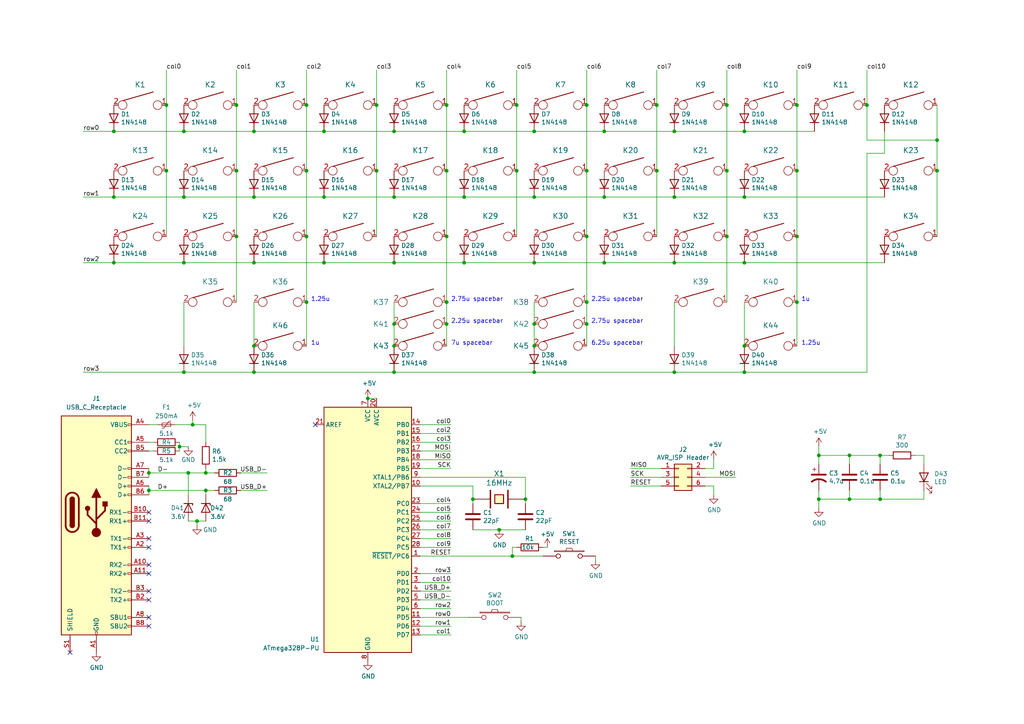
<source format=kicad_sch>
(kicad_sch (version 20211123) (generator eeschema)
  (paper "A4")
  (title_block (title "Axon 40%") (date "2021-03-22") (rev "1.1"))
  (junction (at 231.14 68.58))
  (junction (at 43.18 142.24))
  (junction (at 88.9 49.53))
  (junction (at 53.34 107.95))
  (junction (at 33.02 76.2))
  (junction (at 231.14 30.48))
  (junction (at 170.18 30.48))
  (junction (at 152.4 144.78))
  (junction (at 129.54 93.98))
  (junction (at 93.98 38.1))
  (junction (at 215.9 76.2))
  (junction (at 114.3 57.15))
  (junction (at 114.3 38.1))
  (junction (at 109.22 49.53))
  (junction (at 170.18 87.63))
  (junction (at 210.82 68.58))
  (junction (at 73.66 38.1))
  (junction (at 195.58 57.15))
  (junction (at 68.58 68.58))
  (junction (at 175.26 76.2))
  (junction (at 195.58 107.95))
  (junction (at 154.94 100.33))
  (junction (at 148.59 161.29))
  (junction (at 144.78 153.67))
  (junction (at 175.26 38.1))
  (junction (at 73.66 57.15))
  (junction (at 33.02 38.1))
  (junction (at 251.46 30.48))
  (junction (at 52.07 129.54))
  (junction (at 255.27 144.78))
  (junction (at 53.34 57.15))
  (junction (at 170.18 93.98))
  (junction (at 129.54 87.63))
  (junction (at 59.69 142.24))
  (junction (at 175.26 57.15))
  (junction (at 170.18 68.58))
  (junction (at 129.54 49.53))
  (junction (at 237.49 132.08))
  (junction (at 53.34 76.2))
  (junction (at 154.94 38.1))
  (junction (at 106.68 115.57))
  (junction (at 93.98 76.2))
  (junction (at 73.66 76.2))
  (junction (at 231.14 87.63))
  (junction (at 88.9 30.48))
  (junction (at 137.16 144.78))
  (junction (at 114.3 76.2))
  (junction (at 149.86 49.53))
  (junction (at 231.14 49.53))
  (junction (at 73.66 100.33))
  (junction (at 154.94 76.2))
  (junction (at 48.26 30.48))
  (junction (at 43.18 137.16))
  (junction (at 68.58 49.53))
  (junction (at 154.94 57.15))
  (junction (at 271.78 49.53))
  (junction (at 134.62 76.2))
  (junction (at 215.9 100.33))
  (junction (at 210.82 30.48))
  (junction (at 93.98 57.15))
  (junction (at 134.62 38.1))
  (junction (at 33.02 57.15))
  (junction (at 255.27 132.08))
  (junction (at 215.9 107.95))
  (junction (at 53.34 38.1))
  (junction (at 237.49 144.78))
  (junction (at 114.3 100.33))
  (junction (at 195.58 38.1))
  (junction (at 109.22 30.48))
  (junction (at 246.38 144.78))
  (junction (at 55.88 123.19))
  (junction (at 114.3 93.98))
  (junction (at 149.86 30.48))
  (junction (at 59.69 137.16))
  (junction (at 88.9 68.58))
  (junction (at 215.9 38.1))
  (junction (at 154.94 107.95))
  (junction (at 68.58 30.48))
  (junction (at 88.9 87.63))
  (junction (at 54.61 137.16))
  (junction (at 190.5 49.53))
  (junction (at 271.78 40.64))
  (junction (at 57.15 151.13))
  (junction (at 210.82 49.53))
  (junction (at 134.62 57.15))
  (junction (at 129.54 68.58))
  (junction (at 246.38 132.08))
  (junction (at 114.3 107.95))
  (junction (at 215.9 57.15))
  (junction (at 129.54 30.48))
  (junction (at 73.66 107.95))
  (junction (at 190.5 30.48))
  (junction (at 195.58 76.2))
  (junction (at 170.18 49.53))
  (junction (at 154.94 93.98))
  (junction (at 48.26 49.53))
  (no_connect (at 43.18 171.45))
  (no_connect (at 43.18 163.83))
  (no_connect (at 43.18 151.13))
  (no_connect (at 43.18 166.37))
  (no_connect (at 20.32 189.23))
  (no_connect (at 43.18 156.21))
  (no_connect (at 91.44 123.19))
  (no_connect (at 43.18 173.99))
  (no_connect (at 43.18 158.75))
  (no_connect (at 43.18 148.59))
  (no_connect (at 43.18 179.07))
  (no_connect (at 43.18 181.61))
  (wire (pts (xy 271.78 40.64) (xy 271.78 30.48)))
  (wire (pts (xy 170.18 49.53) (xy 170.18 68.58)))
  (wire (pts (xy 251.46 40.64) (xy 271.78 40.64)))
  (wire (pts (xy 88.9 49.53) (xy 88.9 68.58)))
  (wire (pts (xy 121.92 146.05) (xy 130.81 146.05)))
  (wire (pts (xy 154.94 76.2) (xy 175.26 76.2)))
  (wire (pts (xy 53.34 76.2) (xy 73.66 76.2)))
  (wire (pts (xy 129.54 30.48) (xy 129.54 49.53)))
  (wire (pts (xy 54.61 143.51) (xy 54.61 137.16)))
  (wire (pts (xy 73.66 107.95) (xy 114.3 107.95)))
  (wire (pts (xy 267.97 144.78) (xy 255.27 144.78)))
  (wire (pts (xy 134.62 38.1) (xy 154.94 38.1)))
  (wire (pts (xy 54.61 151.13) (xy 57.15 151.13)))
  (wire (pts (xy 154.94 87.63) (xy 154.94 93.98)))
  (wire (pts (xy 175.26 38.1) (xy 195.58 38.1)))
  (wire (pts (xy 215.9 87.63) (xy 215.9 100.33)))
  (wire (pts (xy 207.01 140.97) (xy 207.01 143.51)))
  (wire (pts (xy 195.58 38.1) (xy 215.9 38.1)))
  (wire (pts (xy 231.14 87.63) (xy 231.14 100.33)))
  (wire (pts (xy 121.92 123.19) (xy 130.81 123.19)))
  (wire (pts (xy 88.9 87.63) (xy 88.9 100.33)))
  (wire (pts (xy 43.18 123.19) (xy 45.72 123.19)))
  (wire (pts (xy 43.18 142.24) (xy 59.69 142.24)))
  (wire (pts (xy 237.49 147.32) (xy 237.49 144.78)))
  (wire (pts (xy 170.18 20.32) (xy 170.18 30.48)))
  (wire (pts (xy 121.92 138.43) (xy 152.4 138.43)))
  (wire (pts (xy 130.81 166.37) (xy 121.92 166.37)))
  (wire (pts (xy 271.78 49.53) (xy 271.78 68.58)))
  (wire (pts (xy 48.26 30.48) (xy 48.26 49.53)))
  (wire (pts (xy 114.3 87.63) (xy 114.3 93.98)))
  (wire (pts (xy 43.18 128.27) (xy 44.45 128.27)))
  (wire (pts (xy 53.34 100.33) (xy 53.34 87.63)))
  (wire (pts (xy 154.94 107.95) (xy 195.58 107.95)))
  (wire (pts (xy 148.59 158.75) (xy 148.59 161.29)))
  (wire (pts (xy 53.34 38.1) (xy 73.66 38.1)))
  (wire (pts (xy 121.92 151.13) (xy 130.81 151.13)))
  (wire (pts (xy 137.16 144.78) (xy 137.16 146.05)))
  (wire (pts (xy 255.27 132.08) (xy 255.27 134.62)))
  (wire (pts (xy 134.62 57.15) (xy 154.94 57.15)))
  (wire (pts (xy 267.97 132.08) (xy 267.97 134.62)))
  (wire (pts (xy 237.49 142.24) (xy 237.49 144.78)))
  (wire (pts (xy 265.43 132.08) (xy 267.97 132.08)))
  (wire (pts (xy 88.9 68.58) (xy 88.9 87.63)))
  (wire (pts (xy 88.9 20.32) (xy 88.9 30.48)))
  (wire (pts (xy 170.18 68.58) (xy 170.18 87.63)))
  (wire (pts (xy 170.18 30.48) (xy 170.18 49.53)))
  (wire (pts (xy 121.92 179.07) (xy 135.89 179.07)))
  (wire (pts (xy 33.02 76.2) (xy 53.34 76.2)))
  (wire (pts (xy 73.66 57.15) (xy 93.98 57.15)))
  (wire (pts (xy 59.69 142.24) (xy 62.23 142.24)))
  (wire (pts (xy 237.49 134.62) (xy 237.49 132.08)))
  (wire (pts (xy 215.9 107.95) (xy 251.46 107.95)))
  (wire (pts (xy 158.75 158.75) (xy 157.48 158.75)))
  (wire (pts (xy 231.14 49.53) (xy 231.14 68.58)))
  (wire (pts (xy 195.58 76.2) (xy 215.9 76.2)))
  (wire (pts (xy 246.38 134.62) (xy 246.38 132.08)))
  (wire (pts (xy 121.92 153.67) (xy 130.81 153.67)))
  (wire (pts (xy 59.69 137.16) (xy 62.23 137.16)))
  (wire (pts (xy 24.13 107.95) (xy 53.34 107.95)))
  (wire (pts (xy 170.18 93.98) (xy 170.18 100.33)))
  (wire (pts (xy 93.98 76.2) (xy 114.3 76.2)))
  (wire (pts (xy 256.54 44.45) (xy 256.54 38.1)))
  (wire (pts (xy 114.3 93.98) (xy 114.3 100.33)))
  (wire (pts (xy 59.69 128.27) (xy 59.69 123.19)))
  (wire (pts (xy 149.86 49.53) (xy 149.86 68.58)))
  (wire (pts (xy 43.18 135.89) (xy 43.18 137.16)))
  (wire (pts (xy 121.92 135.89) (xy 130.81 135.89)))
  (wire (pts (xy 137.16 140.97) (xy 137.16 144.78)))
  (wire (pts (xy 154.94 93.98) (xy 154.94 100.33)))
  (wire (pts (xy 121.92 181.61) (xy 130.81 181.61)))
  (wire (pts (xy 24.13 57.15) (xy 33.02 57.15)))
  (wire (pts (xy 73.66 38.1) (xy 93.98 38.1)))
  (wire (pts (xy 172.72 161.29) (xy 172.72 162.56)))
  (wire (pts (xy 191.77 140.97) (xy 182.88 140.97)))
  (wire (pts (xy 237.49 144.78) (xy 246.38 144.78)))
  (wire (pts (xy 53.34 57.15) (xy 73.66 57.15)))
  (wire (pts (xy 73.66 87.63) (xy 73.66 100.33)))
  (wire (pts (xy 271.78 40.64) (xy 271.78 49.53)))
  (wire (pts (xy 190.5 30.48) (xy 190.5 49.53)))
  (wire (pts (xy 204.47 140.97) (xy 207.01 140.97)))
  (wire (pts (xy 121.92 184.15) (xy 130.81 184.15)))
  (wire (pts (xy 121.92 171.45) (xy 130.81 171.45)))
  (wire (pts (xy 190.5 49.53) (xy 190.5 68.58)))
  (wire (pts (xy 114.3 38.1) (xy 134.62 38.1)))
  (wire (pts (xy 195.58 57.15) (xy 215.9 57.15)))
  (wire (pts (xy 129.54 87.63) (xy 129.54 93.98)))
  (wire (pts (xy 129.54 68.58) (xy 129.54 87.63)))
  (wire (pts (xy 149.86 20.32) (xy 149.86 30.48)))
  (wire (pts (xy 129.54 20.32) (xy 129.54 30.48)))
  (wire (pts (xy 24.13 38.1) (xy 33.02 38.1)))
  (wire (pts (xy 52.07 129.54) (xy 54.61 129.54)))
  (wire (pts (xy 231.14 20.32) (xy 231.14 30.48)))
  (wire (pts (xy 54.61 137.16) (xy 59.69 137.16)))
  (wire (pts (xy 48.26 20.32) (xy 48.26 30.48)))
  (wire (pts (xy 93.98 57.15) (xy 114.3 57.15)))
  (wire (pts (xy 43.18 137.16) (xy 54.61 137.16)))
  (wire (pts (xy 57.15 151.13) (xy 59.69 151.13)))
  (wire (pts (xy 231.14 30.48) (xy 231.14 49.53)))
  (wire (pts (xy 52.07 128.27) (xy 52.07 129.54)))
  (wire (pts (xy 152.4 138.43) (xy 152.4 144.78)))
  (wire (pts (xy 215.9 57.15) (xy 256.54 57.15)))
  (wire (pts (xy 154.94 57.15) (xy 175.26 57.15)))
  (wire (pts (xy 204.47 138.43) (xy 213.36 138.43)))
  (wire (pts (xy 114.3 57.15) (xy 134.62 57.15)))
  (wire (pts (xy 33.02 38.1) (xy 53.34 38.1)))
  (wire (pts (xy 52.07 129.54) (xy 52.07 130.81)))
  (wire (pts (xy 68.58 30.48) (xy 68.58 49.53)))
  (wire (pts (xy 195.58 87.63) (xy 195.58 100.33)))
  (wire (pts (xy 68.58 20.32) (xy 68.58 30.48)))
  (wire (pts (xy 73.66 76.2) (xy 93.98 76.2)))
  (wire (pts (xy 129.54 93.98) (xy 129.54 100.33)))
  (wire (pts (xy 149.86 30.48) (xy 149.86 49.53)))
  (wire (pts (xy 251.46 30.48) (xy 251.46 20.32)))
  (wire (pts (xy 149.86 158.75) (xy 148.59 158.75)))
  (wire (pts (xy 207.01 135.89) (xy 207.01 133.35)))
  (wire (pts (xy 121.92 128.27) (xy 130.81 128.27)))
  (wire (pts (xy 121.92 168.91) (xy 130.81 168.91)))
  (wire (pts (xy 121.92 133.35) (xy 130.81 133.35)))
  (wire (pts (xy 69.85 137.16) (xy 77.47 137.16)))
  (wire (pts (xy 121.92 148.59) (xy 130.81 148.59)))
  (wire (pts (xy 251.46 44.45) (xy 251.46 107.95)))
  (wire (pts (xy 215.9 38.1) (xy 236.22 38.1)))
  (wire (pts (xy 33.02 57.15) (xy 53.34 57.15)))
  (wire (pts (xy 137.16 153.67) (xy 144.78 153.67)))
  (wire (pts (xy 170.18 87.63) (xy 170.18 93.98)))
  (wire (pts (xy 121.92 140.97) (xy 137.16 140.97)))
  (wire (pts (xy 129.54 49.53) (xy 129.54 68.58)))
  (wire (pts (xy 121.92 173.99) (xy 130.81 173.99)))
  (wire (pts (xy 210.82 49.53) (xy 210.82 68.58)))
  (wire (pts (xy 109.22 115.57) (xy 106.68 115.57)))
  (wire (pts (xy 144.78 153.67) (xy 152.4 153.67)))
  (wire (pts (xy 121.92 130.81) (xy 130.81 130.81)))
  (wire (pts (xy 255.27 144.78) (xy 246.38 144.78)))
  (wire (pts (xy 191.77 135.89) (xy 182.88 135.89)))
  (wire (pts (xy 195.58 107.95) (xy 215.9 107.95)))
  (wire (pts (xy 43.18 142.24) (xy 43.18 143.51)))
  (wire (pts (xy 114.3 76.2) (xy 134.62 76.2)))
  (wire (pts (xy 59.69 123.19) (xy 55.88 123.19)))
  (wire (pts (xy 109.22 30.48) (xy 109.22 49.53)))
  (wire (pts (xy 210.82 30.48) (xy 210.82 49.53)))
  (wire (pts (xy 154.94 107.95) (xy 114.3 107.95)))
  (wire (pts (xy 255.27 132.08) (xy 257.81 132.08)))
  (wire (pts (xy 251.46 44.45) (xy 256.54 44.45)))
  (wire (pts (xy 68.58 68.58) (xy 68.58 87.63)))
  (wire (pts (xy 121.92 161.29) (xy 148.59 161.29)))
  (wire (pts (xy 251.46 30.48) (xy 251.46 40.64)))
  (wire (pts (xy 148.59 161.29) (xy 157.48 161.29)))
  (wire (pts (xy 151.13 179.07) (xy 151.13 180.34)))
  (wire (pts (xy 190.5 20.32) (xy 190.5 30.48)))
  (wire (pts (xy 121.92 158.75) (xy 130.81 158.75)))
  (wire (pts (xy 59.69 135.89) (xy 59.69 137.16)))
  (wire (pts (xy 43.18 140.97) (xy 43.18 142.24)))
  (wire (pts (xy 109.22 20.32) (xy 109.22 30.48)))
  (wire (pts (xy 246.38 132.08) (xy 255.27 132.08)))
  (wire (pts (xy 204.47 135.89) (xy 207.01 135.89)))
  (wire (pts (xy 231.14 68.58) (xy 231.14 87.63)))
  (wire (pts (xy 53.34 107.95) (xy 73.66 107.95)))
  (wire (pts (xy 267.97 142.24) (xy 267.97 144.78)))
  (wire (pts (xy 215.9 76.2) (xy 256.54 76.2)))
  (wire (pts (xy 48.26 49.53) (xy 48.26 68.58)))
  (wire (pts (xy 43.18 137.16) (xy 43.18 138.43)))
  (wire (pts (xy 121.92 156.21) (xy 130.81 156.21)))
  (wire (pts (xy 210.82 20.32) (xy 210.82 30.48)))
  (wire (pts (xy 50.8 123.19) (xy 55.88 123.19)))
  (wire (pts (xy 255.27 142.24) (xy 255.27 144.78)))
  (wire (pts (xy 130.81 125.73) (xy 121.92 125.73)))
  (wire (pts (xy 59.69 142.24) (xy 59.69 143.51)))
  (wire (pts (xy 175.26 57.15) (xy 195.58 57.15)))
  (wire (pts (xy 93.98 38.1) (xy 114.3 38.1)))
  (wire (pts (xy 175.26 76.2) (xy 195.58 76.2)))
  (wire (pts (xy 88.9 30.48) (xy 88.9 49.53)))
  (wire (pts (xy 237.49 132.08) (xy 246.38 132.08)))
  (wire (pts (xy 44.45 130.81) (xy 43.18 130.81)))
  (wire (pts (xy 154.94 38.1) (xy 175.26 38.1)))
  (wire (pts (xy 55.88 123.19) (xy 55.88 121.92)))
  (wire (pts (xy 191.77 138.43) (xy 182.88 138.43)))
  (wire (pts (xy 237.49 129.54) (xy 237.49 132.08)))
  (wire (pts (xy 24.13 76.2) (xy 33.02 76.2)))
  (wire (pts (xy 134.62 76.2) (xy 154.94 76.2)))
  (wire (pts (xy 69.85 142.24) (xy 77.47 142.24)))
  (wire (pts (xy 57.15 151.13) (xy 57.15 152.4)))
  (wire (pts (xy 246.38 142.24) (xy 246.38 144.78)))
  (wire (pts (xy 109.22 49.53) (xy 109.22 68.58)))
  (wire (pts (xy 152.4 144.78) (xy 152.4 146.05)))
  (wire (pts (xy 68.58 49.53) (xy 68.58 68.58)))
  (wire (pts (xy 130.81 176.53) (xy 121.92 176.53)))
  (wire (pts (xy 210.82 68.58) (xy 210.82 87.63)))
  (text "1.25u" (at 90.17 87.63 0) (effects (font (size 1.27 1.27)) (justify left bottom)))
  (text "1u" (at 232.41 87.63 0) (effects (font (size 1.27 1.27)) (justify left bottom)))
  (text "2.75u spacebar" (at 171.45 93.98 0) (effects (font (size 1.27 1.27)) (justify left bottom)))
  (text "2.75u spacebar" (at 130.81 87.63 0) (effects (font (size 1.27 1.27)) (justify left bottom)))
  (text "6.25u spacebar" (at 171.45 100.33 0) (effects (font (size 1.27 1.27)) (justify left bottom)))
  (text "2.25u spacebar" (at 171.45 87.63 0) (effects (font (size 1.27 1.27)) (justify left bottom)))
  (text "7u spacebar" (at 130.81 100.33 0) (effects (font (size 1.27 1.27)) (justify left bottom)))
  (text "1.25u" (at 232.41 100.33 0) (effects (font (size 1.27 1.27)) (justify left bottom)))
  (text "1u" (at 90.17 100.33 0) (effects (font (size 1.27 1.27)) (justify left bottom)))
  (text "2.25u spacebar" (at 130.81 93.98 0) (effects (font (size 1.27 1.27)) (justify left bottom)))
  (label "row2" (at 130.81 176.53 180))
  (label "MISO" (at 130.81 133.35 180))
  (label "col2" (at 130.81 125.73 180))
  (label "col4" (at 129.54 20.32 0))
  (label "col8" (at 130.81 156.21 180))
  (label "col1" (at 130.81 184.15 180))
  (label "MOSI" (at 130.81 130.81 180))
  (label "col10" (at 130.81 168.91 180))
  (label "USB_D+" (at 77.47 142.24 180))
  (label "col6" (at 130.81 151.13 180))
  (label "col10" (at 251.46 20.32 0))
  (label "USB_D-" (at 130.81 173.99 180))
  (label "col0" (at 48.26 20.32 0))
  (label "col2" (at 88.9 20.32 0))
  (label "D-" (at 45.72 137.16 0))
  (label "D+" (at 45.72 142.24 0))
  (label "row0" (at 130.81 179.07 180))
  (label "col7" (at 130.81 153.67 180))
  (label "col3" (at 130.81 128.27 180))
  (label "MISO" (at 182.88 135.89 0))
  (label "row1" (at 130.81 181.61 180))
  (label "RESET" (at 182.88 140.97 0))
  (label "col0" (at 130.81 123.19 180))
  (label "RESET" (at 130.81 161.29 180))
  (label "row3" (at 24.13 107.95 0))
  (label "row0" (at 24.13 38.1 0))
  (label "USB_D+" (at 130.81 171.45 180))
  (label "col8" (at 210.82 20.32 0))
  (label "col5" (at 149.86 20.32 0))
  (label "col9" (at 231.14 20.32 0))
  (label "MOSI" (at 213.36 138.43 180))
  (label "row3" (at 130.81 166.37 180))
  (label "col6" (at 170.18 20.32 0))
  (label "col1" (at 68.58 20.32 0))
  (label "col7" (at 190.5 20.32 0))
  (label "col3" (at 109.22 20.32 0))
  (label "USB_D-" (at 77.47 137.16 180))
  (label "col5" (at 130.81 148.59 180))
  (label "SCK" (at 182.88 138.43 0))
  (label "col4" (at 130.81 146.05 180))
  (label "row1" (at 24.13 57.15 0))
  (label "SCK" (at 130.81 135.89 180))
  (label "col9" (at 130.81 158.75 180))
  (label "row2" (at 24.13 76.2 0))
  (symbol (lib_id "keyboard-parts:KEYSW") (at 40.64 30.48 0) (unit 1)
    (property "Reference" "K1" (at 40.64 24.5618 0) (effects (font (size 1.524 1.524))))
    (property "Value" "KEYSW" (effects hide))
    (property "Footprint" "personal:SW_MX_InsideSilkRef" (effects hide))
  )
  (symbol (lib_id "keyboard-parts:KEYSW") (at 60.96 30.48 0) (unit 1)
    (property "Reference" "K2" (at 60.96 24.5618 0) (effects (font (size 1.524 1.524))))
    (property "Value" "KEYSW" (effects hide))
    (property "Footprint" "personal:SW_MX_InsideSilkRef" (effects hide))
  )
  (symbol (lib_id "keyboard-parts:KEYSW") (at 81.28 30.48 0) (unit 1)
    (property "Reference" "K3" (at 81.28 24.5618 0) (effects (font (size 1.524 1.524))))
    (property "Value" "KEYSW" (effects hide))
    (property "Footprint" "personal:SW_MX_InsideSilkRef" (effects hide))
  )
  (symbol (lib_id "keyboard-parts:KEYSW") (at 101.6 30.48 0) (unit 1)
    (property "Reference" "K4" (at 101.6 24.5618 0) (effects (font (size 1.524 1.524))))
    (property "Value" "KEYSW" (effects hide))
    (property "Footprint" "personal:SW_MX_InsideSilkRef" (effects hide))
  )
  (symbol (lib_id "keyboard-parts:KEYSW") (at 121.92 30.48 0) (unit 1)
    (property "Reference" "K5" (at 121.92 24.5618 0) (effects (font (size 1.524 1.524))))
    (property "Value" "KEYSW" (effects hide))
    (property "Footprint" "personal:SW_MX_InsideSilkRef" (effects hide))
  )
  (symbol (lib_id "keyboard-parts:KEYSW") (at 142.24 30.48 0) (unit 1)
    (property "Reference" "K6" (at 142.24 24.5618 0) (effects (font (size 1.524 1.524))))
    (property "Value" "KEYSW" (effects hide))
    (property "Footprint" "personal:SW_MX_InsideSilkRef" (effects hide))
  )
  (symbol (lib_id "keyboard-parts:KEYSW") (at 162.56 30.48 0) (unit 1)
    (property "Reference" "K7" (at 162.56 24.5618 0) (effects (font (size 1.524 1.524))))
    (property "Value" "KEYSW" (effects hide))
    (property "Footprint" "personal:SW_MX_InsideSilkRef" (effects hide))
  )
  (symbol (lib_id "keyboard-parts:KEYSW") (at 182.88 30.48 0) (unit 1)
    (property "Reference" "K8" (at 182.88 24.5618 0) (effects (font (size 1.524 1.524))))
    (property "Value" "KEYSW" (effects hide))
    (property "Footprint" "personal:SW_MX_InsideSilkRef" (effects hide))
  )
  (symbol (lib_id "keyboard-parts:KEYSW") (at 203.2 30.48 0) (unit 1)
    (property "Reference" "K9" (at 203.2 24.5618 0) (effects (font (size 1.524 1.524))))
    (property "Value" "KEYSW" (effects hide))
    (property "Footprint" "personal:SW_MX_InsideSilkRef" (effects hide))
  )
  (symbol (lib_id "keyboard-parts:KEYSW") (at 223.52 30.48 0) (unit 1)
    (property "Reference" "K10" (at 223.52 24.5618 0) (effects (font (size 1.524 1.524))))
    (property "Value" "KEYSW" (effects hide))
    (property "Footprint" "personal:SW_MX_InsideSilkRef" (effects hide))
  )
  (symbol (lib_id "keyboard-parts:KEYSW") (at 243.84 30.48 0) (unit 1)
    (property "Reference" "K11" (at 243.84 24.5618 0) (effects (font (size 1.524 1.524))))
    (property "Value" "KEYSW" (effects hide))
    (property "Footprint" "personal:SW_MX_InsideSilkRef" (effects hide))
  )
  (symbol (lib_id "keyboard-parts:KEYSW") (at 264.16 30.48 0) (unit 1)
    (property "Reference" "K12" (at 264.16 24.5618 0) (effects (font (size 1.524 1.524))))
    (property "Value" "KEYSW" (effects hide))
    (property "Footprint" "personal:SW_MX_InsideSilkRef" (effects hide))
  )
  (symbol (lib_id "keyboard-parts:KEYSW") (at 40.64 49.53 0) (unit 1)
    (property "Reference" "K13" (at 40.64 43.6118 0) (effects (font (size 1.524 1.524))))
    (property "Value" "KEYSW" (effects hide))
    (property "Footprint" "personal:SW_MX_InsideSilkRef" (effects hide))
  )
  (symbol (lib_id "keyboard-parts:KEYSW") (at 60.96 49.53 0) (unit 1)
    (property "Reference" "K14" (at 60.96 43.6118 0) (effects (font (size 1.524 1.524))))
    (property "Value" "KEYSW" (effects hide))
    (property "Footprint" "personal:SW_MX_InsideSilkRef" (effects hide))
  )
  (symbol (lib_id "keyboard-parts:KEYSW") (at 81.28 49.53 0) (unit 1)
    (property "Reference" "K15" (at 81.28 43.6118 0) (effects (font (size 1.524 1.524))))
    (property "Value" "KEYSW" (effects hide))
    (property "Footprint" "personal:SW_MX_InsideSilkRef" (effects hide))
  )
  (symbol (lib_id "keyboard-parts:KEYSW") (at 101.6 49.53 0) (unit 1)
    (property "Reference" "K16" (at 101.6 43.6118 0) (effects (font (size 1.524 1.524))))
    (property "Value" "KEYSW" (effects hide))
    (property "Footprint" "personal:SW_MX_InsideSilkRef" (effects hide))
  )
  (symbol (lib_id "keyboard-parts:KEYSW") (at 121.92 49.53 0) (unit 1)
    (property "Reference" "K17" (at 121.92 43.6118 0) (effects (font (size 1.524 1.524))))
    (property "Value" "KEYSW" (effects hide))
    (property "Footprint" "personal:SW_MX_InsideSilkRef" (effects hide))
  )
  (symbol (lib_id "keyboard-parts:KEYSW") (at 142.24 49.53 0) (unit 1)
    (property "Reference" "K18" (at 142.24 43.6118 0) (effects (font (size 1.524 1.524))))
    (property "Value" "KEYSW" (effects hide))
    (property "Footprint" "personal:SW_MX_InsideSilkRef" (effects hide))
  )
  (symbol (lib_id "keyboard-parts:KEYSW") (at 162.56 49.53 0) (unit 1)
    (property "Reference" "K19" (at 162.56 43.6118 0) (effects (font (size 1.524 1.524))))
    (property "Value" "KEYSW" (effects hide))
    (property "Footprint" "personal:SW_MX_InsideSilkRef" (effects hide))
  )
  (symbol (lib_id "keyboard-parts:KEYSW") (at 182.88 49.53 0) (unit 1)
    (property "Reference" "K20" (at 182.88 43.6118 0) (effects (font (size 1.524 1.524))))
    (property "Value" "KEYSW" (effects hide))
    (property "Footprint" "personal:SW_MX_InsideSilkRef" (effects hide))
  )
  (symbol (lib_id "keyboard-parts:KEYSW") (at 203.2 49.53 0) (unit 1)
    (property "Reference" "K21" (at 203.2 43.6118 0) (effects (font (size 1.524 1.524))))
    (property "Value" "KEYSW" (effects hide))
    (property "Footprint" "personal:SW_MX_InsideSilkRef" (effects hide))
  )
  (symbol (lib_id "keyboard-parts:KEYSW") (at 223.52 49.53 0) (unit 1)
    (property "Reference" "K22" (at 223.52 43.6118 0) (effects (font (size 1.524 1.524))))
    (property "Value" "KEYSW" (effects hide))
    (property "Footprint" "personal:SW_MX_InsideSilkRef" (effects hide))
  )
  (symbol (lib_id "keyboard-parts:KEYSW") (at 264.16 49.53 0) (unit 1)
    (property "Reference" "K23" (at 264.16 43.6118 0) (effects (font (size 1.524 1.524))))
    (property "Value" "KEYSW" (effects hide))
    (property "Footprint" "personal:SW_MX_InsideSilkRef" (effects hide))
  )
  (symbol (lib_id "keyboard-parts:KEYSW") (at 60.96 68.58 0) (unit 1)
    (property "Reference" "K25" (at 60.96 62.6618 0) (effects (font (size 1.524 1.524))))
    (property "Value" "KEYSW" (effects hide))
    (property "Footprint" "personal:SW_MX_InsideSilkRef" (effects hide))
  )
  (symbol (lib_id "keyboard-parts:KEYSW") (at 81.28 68.58 0) (unit 1)
    (property "Reference" "K26" (at 81.28 62.6618 0) (effects (font (size 1.524 1.524))))
    (property "Value" "KEYSW" (effects hide))
    (property "Footprint" "personal:SW_MX_InsideSilkRef" (effects hide))
  )
  (symbol (lib_id "keyboard-parts:KEYSW") (at 101.6 68.58 0) (unit 1)
    (property "Reference" "K27" (at 101.6 62.6618 0) (effects (font (size 1.524 1.524))))
    (property "Value" "KEYSW" (effects hide))
    (property "Footprint" "personal:SW_MX_InsideSilkRef" (effects hide))
  )
  (symbol (lib_id "keyboard-parts:KEYSW") (at 121.92 68.58 0) (unit 1)
    (property "Reference" "K28" (at 121.92 62.6618 0) (effects (font (size 1.524 1.524))))
    (property "Value" "KEYSW" (effects hide))
    (property "Footprint" "personal:SW_MX_InsideSilkRef" (effects hide))
  )
  (symbol (lib_id "keyboard-parts:KEYSW") (at 142.24 68.58 0) (unit 1)
    (property "Reference" "K29" (at 142.24 62.6618 0) (effects (font (size 1.524 1.524))))
    (property "Value" "KEYSW" (effects hide))
    (property "Footprint" "personal:SW_MX_InsideSilkRef" (effects hide))
  )
  (symbol (lib_id "keyboard-parts:KEYSW") (at 162.56 68.58 0) (unit 1)
    (property "Reference" "K30" (at 162.56 62.6618 0) (effects (font (size 1.524 1.524))))
    (property "Value" "KEYSW" (effects hide))
    (property "Footprint" "personal:SW_MX_InsideSilkRef" (effects hide))
  )
  (symbol (lib_id "keyboard-parts:KEYSW") (at 182.88 68.58 0) (unit 1)
    (property "Reference" "K31" (at 182.88 62.6618 0) (effects (font (size 1.524 1.524))))
    (property "Value" "KEYSW" (effects hide))
    (property "Footprint" "personal:SW_MX_InsideSilkRef" (effects hide))
  )
  (symbol (lib_id "keyboard-parts:KEYSW") (at 203.2 68.58 0) (unit 1)
    (property "Reference" "K32" (at 203.2 62.6618 0) (effects (font (size 1.524 1.524))))
    (property "Value" "KEYSW" (effects hide))
    (property "Footprint" "personal:SW_MX_InsideSilkRef" (effects hide))
  )
  (symbol (lib_id "keyboard-parts:KEYSW") (at 223.52 68.58 0) (unit 1)
    (property "Reference" "K33" (at 223.52 62.6618 0) (effects (font (size 1.524 1.524))))
    (property "Value" "KEYSW" (effects hide))
    (property "Footprint" "personal:SW_MX_InsideSilkRef" (effects hide))
  )
  (symbol (lib_id "keyboard-parts:KEYSW") (at 264.16 68.58 0) (unit 1)
    (property "Reference" "K34" (at 264.16 62.6618 0) (effects (font (size 1.524 1.524))))
    (property "Value" "KEYSW" (effects hide))
    (property "Footprint" "personal:SW_MX_InsideSilkRef" (effects hide))
  )
  (symbol (lib_id "keyboard-parts:SW_PUSH") (at 165.1 161.29 0) (unit 1)
    (property "Reference" "SW1" (at 165.1 154.813 0))
    (property "Value" "RESET" (at 165.1 157.1244 0))
    (property "Footprint" "Button_Switch_THT:SW_PUSH_6mm" (effects hide))
  )
  (symbol (lib_id "keyboard-parts:KEYSW") (at 40.64 68.58 0) (unit 1)
    (property "Reference" "K24" (at 40.64 62.6618 0) (effects (font (size 1.524 1.524))))
    (property "Value" "KEYSW" (effects hide))
    (property "Footprint" "personal:SW_MX_InsideSilkRef" (effects hide))
  )
  (symbol (lib_id "power:+5V") (at 55.88 121.92 0) (unit 1)
    (property "Reference" "#PWR0102" (effects hide))
    (property "Value" "+5V" (at 56.261 117.5258 0))
  )
  (symbol (lib_id "power:GND") (at 172.72 162.56 0) (unit 1)
    (property "Reference" "#PWR0106" (effects hide))
    (property "Value" "GND" (at 172.847 166.9542 0))
  )
  (symbol (lib_id "keyboard-parts:KEYSW") (at 60.96 87.63 0) (unit 1)
    (property "Reference" "K35" (at 60.96 81.7118 0) (effects (font (size 1.524 1.524))))
    (property "Value" "KEYSW" (effects hide))
    (property "Footprint" "personal:SW_MX_Minimal_InsideSilkRef" (effects hide))
  )
  (symbol (lib_id "keyboard-parts:KEYSW") (at 81.28 87.63 0) (unit 1)
    (property "Reference" "K36" (at 81.28 81.7118 0) (effects (font (size 1.524 1.524))))
    (property "Value" "KEYSW" (effects hide))
    (property "Footprint" "personal:SW_MX_Minimal_InsideSilkRef" (effects hide))
  )
  (symbol (lib_id "keyboard-parts:KEYSW") (at 121.92 87.63 0) (unit 1)
    (property "Reference" "K37" (at 110.49 87.63 0) (effects (font (size 1.524 1.524))))
    (property "Value" "KEYSW" (effects hide))
    (property "Footprint" "personal:SW_MX_Minimal_InsideSilkRef" (effects hide))
  )
  (symbol (lib_id "keyboard-parts:KEYSW") (at 162.56 87.63 0) (unit 1)
    (property "Reference" "K38" (at 151.13 87.63 0) (effects (font (size 1.524 1.524))))
    (property "Value" "KEYSW" (effects hide))
    (property "Footprint" "personal:SW_MX_Minimal_InsideSilkRef" (effects hide))
  )
  (symbol (lib_id "keyboard-parts:KEYSW") (at 203.2 87.63 0) (unit 1)
    (property "Reference" "K39" (at 203.2 81.7118 0) (effects (font (size 1.524 1.524))))
    (property "Value" "KEYSW" (effects hide))
    (property "Footprint" "personal:SW_MX_Minimal_InsideSilkRef" (effects hide))
  )
  (symbol (lib_id "keyboard-parts:KEYSW") (at 223.52 87.63 0) (unit 1)
    (property "Reference" "K40" (at 223.52 81.7118 0) (effects (font (size 1.524 1.524))))
    (property "Value" "KEYSW" (effects hide))
    (property "Footprint" "personal:SW_MX_Minimal_InsideSilkRef" (effects hide))
  )
  (symbol (lib_id "Device:R") (at 153.67 158.75 90) (unit 1)
    (property "Reference" "R1" (at 154.94 156.21 90) (effects (justify left)))
    (property "Value" "10k" (at 154.94 158.75 90) (effects (justify left)))
    (property "Footprint" "Resistor_THT:R_Axial_DIN0204_L3.6mm_D1.6mm_P5.08mm_Horizontal" (effects hide))
  )
  (symbol (lib_id "power:+5V") (at 106.68 115.57 0) (unit 1)
    (property "Reference" "#PWR0103" (effects hide))
    (property "Value" "+5V" (at 107.061 111.1758 0))
  )
  (symbol (lib_id "power:+5V") (at 158.75 158.75 0) (unit 1)
    (property "Reference" "#PWR0107" (effects hide))
    (property "Value" "+5V" (at 158.75 154.94 0))
  )
  (symbol (lib_id "Device:R") (at 48.26 128.27 270) (unit 1)
    (property "Reference" "R4" (at 48.26 128.27 90))
    (property "Value" "5.1k" (at 48.26 125.73 90))
    (property "Footprint" "Resistor_THT:R_Axial_DIN0204_L3.6mm_D1.6mm_P5.08mm_Horizontal" (effects hide))
  )
  (symbol (lib_id "Device:R") (at 48.26 130.81 270) (unit 1)
    (property "Reference" "R5" (at 48.26 130.81 90))
    (property "Value" "5.1k" (at 48.26 133.35 90))
    (property "Footprint" "Resistor_THT:R_Axial_DIN0204_L3.6mm_D1.6mm_P5.08mm_Horizontal" (effects hide))
  )
  (symbol (lib_id "Device:Polyfuse_Small") (at 48.26 123.19 90) (unit 1)
    (property "Reference" "F1" (at 48.26 118.11 90))
    (property "Value" "250mA" (at 48.26 120.65 90))
    (property "Footprint" "Capacitor_THT:C_Disc_D5.0mm_W2.5mm_P5.00mm" (effects hide))
  )
  (symbol (lib_id "power:GND") (at 54.61 129.54 0) (unit 1)
    (property "Reference" "#PWR03" (effects hide))
    (property "Value" "GND" (at 54.61 133.35 0))
  )
  (symbol (lib_id "power:GND") (at 237.49 147.32 0) (unit 1)
    (property "Reference" "#PWR0104" (effects hide))
    (property "Value" "GND" (at 237.617 151.7142 0))
  )
  (symbol (lib_id "Device:C") (at 255.27 138.43 0) (unit 1)
    (property "Reference" "C5" (at 258.191 137.2616 0) (effects (justify left)))
    (property "Value" "0.1u" (at 258.191 139.573 0) (effects (justify left)))
    (property "Footprint" "Capacitor_THT:C_Disc_D4.3mm_W1.9mm_P5.00mm" (effects hide))
  )
  (symbol (lib_id "Device:C") (at 246.38 138.43 0) (unit 1)
    (property "Reference" "C4" (at 249.301 137.2616 0) (effects (justify left)))
    (property "Value" "0.1u" (at 249.301 139.573 0) (effects (justify left)))
    (property "Footprint" "Capacitor_THT:C_Disc_D4.3mm_W1.9mm_P5.00mm" (effects hide))
  )
  (symbol (lib_id "power:+5V") (at 237.49 129.54 0) (unit 1)
    (property "Reference" "#PWR0105" (effects hide))
    (property "Value" "+5V" (at 237.871 125.1458 0))
  )
  (symbol (lib_id "Diode:1N4148") (at 33.02 34.29 90) (unit 1)
    (property "Reference" "D1" (at 35.052 33.1216 90) (effects (justify right)))
    (property "Value" "1N4148" (at 35.052 35.433 90) (effects (justify right)))
    (property "Footprint" "Diode_THT:D_DO-35_SOD27_P7.62mm_Horizontal" (effects hide))
    (property "Datasheet" "https://assets.nexperia.com/documents/data-sheet/1N4148_1N4448.pdf" (effects hide))
  )
  (symbol (lib_id "Diode:1N4148") (at 53.34 34.29 90) (unit 1)
    (property "Reference" "D2" (at 55.372 33.1216 90) (effects (justify right)))
    (property "Value" "1N4148" (at 55.372 35.433 90) (effects (justify right)))
    (property "Footprint" "Diode_THT:D_DO-35_SOD27_P7.62mm_Horizontal" (effects hide))
    (property "Datasheet" "https://assets.nexperia.com/documents/data-sheet/1N4148_1N4448.pdf" (effects hide))
  )
  (symbol (lib_id "Device:R") (at 59.69 132.08 0) (unit 1)
    (property "Reference" "R6" (at 61.468 130.9116 0) (effects (justify left)))
    (property "Value" "1.5k" (at 61.468 133.223 0) (effects (justify left)))
    (property "Footprint" "Resistor_THT:R_Axial_DIN0204_L3.6mm_D1.6mm_P5.08mm_Horizontal" (effects hide))
  )
  (symbol (lib_id "Diode:1N4148") (at 73.66 34.29 90) (unit 1)
    (property "Reference" "D3" (at 75.692 33.1216 90) (effects (justify right)))
    (property "Value" "1N4148" (at 75.692 35.433 90) (effects (justify right)))
    (property "Footprint" "Diode_THT:D_DO-35_SOD27_P7.62mm_Horizontal" (effects hide))
    (property "Datasheet" "https://assets.nexperia.com/documents/data-sheet/1N4148_1N4448.pdf" (effects hide))
  )
  (symbol (lib_id "Diode:1N4148") (at 93.98 34.29 90) (unit 1)
    (property "Reference" "D4" (at 96.012 33.1216 90) (effects (justify right)))
    (property "Value" "1N4148" (at 96.012 35.433 90) (effects (justify right)))
    (property "Footprint" "Diode_THT:D_DO-35_SOD27_P7.62mm_Horizontal" (effects hide))
    (property "Datasheet" "https://assets.nexperia.com/documents/data-sheet/1N4148_1N4448.pdf" (effects hide))
  )
  (symbol (lib_id "Diode:1N4148") (at 114.3 34.29 90) (unit 1)
    (property "Reference" "D5" (at 116.332 33.1216 90) (effects (justify right)))
    (property "Value" "1N4148" (at 116.332 35.433 90) (effects (justify right)))
    (property "Footprint" "Diode_THT:D_DO-35_SOD27_P7.62mm_Horizontal" (effects hide))
    (property "Datasheet" "https://assets.nexperia.com/documents/data-sheet/1N4148_1N4448.pdf" (effects hide))
  )
  (symbol (lib_id "Diode:1N4148") (at 134.62 34.29 90) (unit 1)
    (property "Reference" "D6" (at 136.652 33.1216 90) (effects (justify right)))
    (property "Value" "1N4148" (at 136.652 35.433 90) (effects (justify right)))
    (property "Footprint" "Diode_THT:D_DO-35_SOD27_P7.62mm_Horizontal" (effects hide))
    (property "Datasheet" "https://assets.nexperia.com/documents/data-sheet/1N4148_1N4448.pdf" (effects hide))
  )
  (symbol (lib_id "Diode:1N4148") (at 154.94 34.29 90) (unit 1)
    (property "Reference" "D7" (at 156.972 33.1216 90) (effects (justify right)))
    (property "Value" "1N4148" (at 156.972 35.433 90) (effects (justify right)))
    (property "Footprint" "Diode_THT:D_DO-35_SOD27_P7.62mm_Horizontal" (effects hide))
    (property "Datasheet" "https://assets.nexperia.com/documents/data-sheet/1N4148_1N4448.pdf" (effects hide))
  )
  (symbol (lib_id "Diode:1N4148") (at 175.26 34.29 90) (unit 1)
    (property "Reference" "D8" (at 177.292 33.1216 90) (effects (justify right)))
    (property "Value" "1N4148" (at 177.292 35.433 90) (effects (justify right)))
    (property "Footprint" "Diode_THT:D_DO-35_SOD27_P7.62mm_Horizontal" (effects hide))
    (property "Datasheet" "https://assets.nexperia.com/documents/data-sheet/1N4148_1N4448.pdf" (effects hide))
  )
  (symbol (lib_id "Diode:1N4148") (at 195.58 34.29 90) (unit 1)
    (property "Reference" "D9" (at 197.612 33.1216 90) (effects (justify right)))
    (property "Value" "1N4148" (at 197.612 35.433 90) (effects (justify right)))
    (property "Footprint" "Diode_THT:D_DO-35_SOD27_P7.62mm_Horizontal" (effects hide))
    (property "Datasheet" "https://assets.nexperia.com/documents/data-sheet/1N4148_1N4448.pdf" (effects hide))
  )
  (symbol (lib_id "Diode:1N4148") (at 215.9 34.29 90) (unit 1)
    (property "Reference" "D10" (at 217.932 33.1216 90) (effects (justify right)))
    (property "Value" "1N4148" (at 217.932 35.433 90) (effects (justify right)))
    (property "Footprint" "Diode_THT:D_DO-35_SOD27_P7.62mm_Horizontal" (effects hide))
    (property "Datasheet" "https://assets.nexperia.com/documents/data-sheet/1N4148_1N4448.pdf" (effects hide))
  )
  (symbol (lib_id "Diode:1N4148") (at 236.22 34.29 90) (unit 1)
    (property "Reference" "D11" (at 238.252 33.1216 90) (effects (justify right)))
    (property "Value" "1N4148" (at 238.252 35.433 90) (effects (justify right)))
    (property "Footprint" "Diode_THT:D_DO-35_SOD27_P7.62mm_Horizontal" (effects hide))
    (property "Datasheet" "https://assets.nexperia.com/documents/data-sheet/1N4148_1N4448.pdf" (effects hide))
  )
  (symbol (lib_id "Diode:1N4148") (at 256.54 34.29 90) (unit 1)
    (property "Reference" "D12" (at 258.572 33.1216 90) (effects (justify right)))
    (property "Value" "1N4148" (at 258.572 35.433 90) (effects (justify right)))
    (property "Footprint" "Diode_THT:D_DO-35_SOD27_P7.62mm_Horizontal" (effects hide))
    (property "Datasheet" "https://assets.nexperia.com/documents/data-sheet/1N4148_1N4448.pdf" (effects hide))
  )
  (symbol (lib_id "Diode:1N4148") (at 33.02 53.34 90) (unit 1)
    (property "Reference" "D13" (at 35.052 52.1716 90) (effects (justify right)))
    (property "Value" "1N4148" (at 35.052 54.483 90) (effects (justify right)))
    (property "Footprint" "Diode_THT:D_DO-35_SOD27_P7.62mm_Horizontal" (effects hide))
    (property "Datasheet" "https://assets.nexperia.com/documents/data-sheet/1N4148_1N4448.pdf" (effects hide))
  )
  (symbol (lib_id "Diode:1N4148") (at 53.34 53.34 90) (unit 1)
    (property "Reference" "D14" (at 55.372 52.1716 90) (effects (justify right)))
    (property "Value" "1N4148" (at 55.372 54.483 90) (effects (justify right)))
    (property "Footprint" "Diode_THT:D_DO-35_SOD27_P7.62mm_Horizontal" (effects hide))
    (property "Datasheet" "https://assets.nexperia.com/documents/data-sheet/1N4148_1N4448.pdf" (effects hide))
  )
  (symbol (lib_id "Diode:1N4148") (at 73.66 53.34 90) (unit 1)
    (property "Reference" "D15" (at 75.692 52.1716 90) (effects (justify right)))
    (property "Value" "1N4148" (at 75.692 54.483 90) (effects (justify right)))
    (property "Footprint" "Diode_THT:D_DO-35_SOD27_P7.62mm_Horizontal" (effects hide))
    (property "Datasheet" "https://assets.nexperia.com/documents/data-sheet/1N4148_1N4448.pdf" (effects hide))
  )
  (symbol (lib_id "Diode:1N4148") (at 93.98 53.34 90) (unit 1)
    (property "Reference" "D16" (at 96.012 52.1716 90) (effects (justify right)))
    (property "Value" "1N4148" (at 96.012 54.483 90) (effects (justify right)))
    (property "Footprint" "Diode_THT:D_DO-35_SOD27_P7.62mm_Horizontal" (effects hide))
    (property "Datasheet" "https://assets.nexperia.com/documents/data-sheet/1N4148_1N4448.pdf" (effects hide))
  )
  (symbol (lib_id "Diode:1N4148") (at 114.3 53.34 90) (unit 1)
    (property "Reference" "D17" (at 116.332 52.1716 90) (effects (justify right)))
    (property "Value" "1N4148" (at 116.332 54.483 90) (effects (justify right)))
    (property "Footprint" "Diode_THT:D_DO-35_SOD27_P7.62mm_Horizontal" (effects hide))
    (property "Datasheet" "https://assets.nexperia.com/documents/data-sheet/1N4148_1N4448.pdf" (effects hide))
  )
  (symbol (lib_id "Diode:1N4148") (at 134.62 53.34 90) (unit 1)
    (property "Reference" "D18" (at 136.652 52.1716 90) (effects (justify right)))
    (property "Value" "1N4148" (at 136.652 54.483 90) (effects (justify right)))
    (property "Footprint" "Diode_THT:D_DO-35_SOD27_P7.62mm_Horizontal" (effects hide))
    (property "Datasheet" "https://assets.nexperia.com/documents/data-sheet/1N4148_1N4448.pdf" (effects hide))
  )
  (symbol (lib_id "Diode:1N4148") (at 154.94 53.34 90) (unit 1)
    (property "Reference" "D19" (at 156.972 52.1716 90) (effects (justify right)))
    (property "Value" "1N4148" (at 156.972 54.483 90) (effects (justify right)))
    (property "Footprint" "Diode_THT:D_DO-35_SOD27_P7.62mm_Horizontal" (effects hide))
    (property "Datasheet" "https://assets.nexperia.com/documents/data-sheet/1N4148_1N4448.pdf" (effects hide))
  )
  (symbol (lib_id "Diode:1N4148") (at 175.26 53.34 90) (unit 1)
    (property "Reference" "D20" (at 177.292 52.1716 90) (effects (justify right)))
    (property "Value" "1N4148" (at 177.292 54.483 90) (effects (justify right)))
    (property "Footprint" "Diode_THT:D_DO-35_SOD27_P7.62mm_Horizontal" (effects hide))
    (property "Datasheet" "https://assets.nexperia.com/documents/data-sheet/1N4148_1N4448.pdf" (effects hide))
  )
  (symbol (lib_id "Diode:1N4148") (at 195.58 53.34 90) (unit 1)
    (property "Reference" "D21" (at 197.612 52.1716 90) (effects (justify right)))
    (property "Value" "1N4148" (at 197.612 54.483 90) (effects (justify right)))
    (property "Footprint" "Diode_THT:D_DO-35_SOD27_P7.62mm_Horizontal" (effects hide))
    (property "Datasheet" "https://assets.nexperia.com/documents/data-sheet/1N4148_1N4448.pdf" (effects hide))
  )
  (symbol (lib_id "Diode:1N4148") (at 215.9 53.34 90) (unit 1)
    (property "Reference" "D22" (at 217.932 52.1716 90) (effects (justify right)))
    (property "Value" "1N4148" (at 217.932 54.483 90) (effects (justify right)))
    (property "Footprint" "Diode_THT:D_DO-35_SOD27_P7.62mm_Horizontal" (effects hide))
    (property "Datasheet" "https://assets.nexperia.com/documents/data-sheet/1N4148_1N4448.pdf" (effects hide))
  )
  (symbol (lib_id "Diode:1N4148") (at 33.02 72.39 90) (unit 1)
    (property "Reference" "D24" (at 35.052 71.2216 90) (effects (justify right)))
    (property "Value" "1N4148" (at 35.052 73.533 90) (effects (justify right)))
    (property "Footprint" "Diode_THT:D_DO-35_SOD27_P7.62mm_Horizontal" (effects hide))
    (property "Datasheet" "https://assets.nexperia.com/documents/data-sheet/1N4148_1N4448.pdf" (effects hide))
  )
  (symbol (lib_id "Diode:1N4148") (at 53.34 72.39 90) (unit 1)
    (property "Reference" "D25" (at 55.372 71.2216 90) (effects (justify right)))
    (property "Value" "1N4148" (at 55.372 73.533 90) (effects (justify right)))
    (property "Footprint" "Diode_THT:D_DO-35_SOD27_P7.62mm_Horizontal" (effects hide))
    (property "Datasheet" "https://assets.nexperia.com/documents/data-sheet/1N4148_1N4448.pdf" (effects hide))
  )
  (symbol (lib_id "Diode:1N4148") (at 73.66 72.39 90) (unit 1)
    (property "Reference" "D26" (at 75.692 71.2216 90) (effects (justify right)))
    (property "Value" "1N4148" (at 75.692 73.533 90) (effects (justify right)))
    (property "Footprint" "Diode_THT:D_DO-35_SOD27_P7.62mm_Horizontal" (effects hide))
    (property "Datasheet" "https://assets.nexperia.com/documents/data-sheet/1N4148_1N4448.pdf" (effects hide))
  )
  (symbol (lib_id "Diode:1N4148") (at 93.98 72.39 90) (unit 1)
    (property "Reference" "D27" (at 96.012 71.2216 90) (effects (justify right)))
    (property "Value" "1N4148" (at 96.012 73.533 90) (effects (justify right)))
    (property "Footprint" "Diode_THT:D_DO-35_SOD27_P7.62mm_Horizontal" (effects hide))
    (property "Datasheet" "https://assets.nexperia.com/documents/data-sheet/1N4148_1N4448.pdf" (effects hide))
  )
  (symbol (lib_id "Diode:1N4148") (at 114.3 72.39 90) (unit 1)
    (property "Reference" "D28" (at 116.332 71.2216 90) (effects (justify right)))
    (property "Value" "1N4148" (at 116.332 73.533 90) (effects (justify right)))
    (property "Footprint" "Diode_THT:D_DO-35_SOD27_P7.62mm_Horizontal" (effects hide))
    (property "Datasheet" "https://assets.nexperia.com/documents/data-sheet/1N4148_1N4448.pdf" (effects hide))
  )
  (symbol (lib_id "Diode:1N4148") (at 134.62 72.39 90) (unit 1)
    (property "Reference" "D29" (at 136.652 71.2216 90) (effects (justify right)))
    (property "Value" "1N4148" (at 136.652 73.533 90) (effects (justify right)))
    (property "Footprint" "Diode_THT:D_DO-35_SOD27_P7.62mm_Horizontal" (effects hide))
    (property "Datasheet" "https://assets.nexperia.com/documents/data-sheet/1N4148_1N4448.pdf" (effects hide))
  )
  (symbol (lib_id "Diode:1N4148") (at 154.94 72.39 90) (unit 1)
    (property "Reference" "D30" (at 156.972 71.2216 90) (effects (justify right)))
    (property "Value" "1N4148" (at 156.972 73.533 90) (effects (justify right)))
    (property "Footprint" "Diode_THT:D_DO-35_SOD27_P7.62mm_Horizontal" (effects hide))
    (property "Datasheet" "https://assets.nexperia.com/documents/data-sheet/1N4148_1N4448.pdf" (effects hide))
  )
  (symbol (lib_id "Diode:1N4148") (at 175.26 72.39 90) (unit 1)
    (property "Reference" "D31" (at 177.292 71.2216 90) (effects (justify right)))
    (property "Value" "1N4148" (at 177.292 73.533 90) (effects (justify right)))
    (property "Footprint" "Diode_THT:D_DO-35_SOD27_P7.62mm_Horizontal" (effects hide))
    (property "Datasheet" "https://assets.nexperia.com/documents/data-sheet/1N4148_1N4448.pdf" (effects hide))
  )
  (symbol (lib_id "Diode:1N4148") (at 195.58 72.39 90) (unit 1)
    (property "Reference" "D32" (at 197.612 71.2216 90) (effects (justify right)))
    (property "Value" "1N4148" (at 197.612 73.533 90) (effects (justify right)))
    (property "Footprint" "Diode_THT:D_DO-35_SOD27_P7.62mm_Horizontal" (effects hide))
    (property "Datasheet" "https://assets.nexperia.com/documents/data-sheet/1N4148_1N4448.pdf" (effects hide))
  )
  (symbol (lib_id "Diode:1N4148") (at 215.9 72.39 90) (unit 1)
    (property "Reference" "D33" (at 217.932 71.2216 90) (effects (justify right)))
    (property "Value" "1N4148" (at 217.932 73.533 90) (effects (justify right)))
    (property "Footprint" "Diode_THT:D_DO-35_SOD27_P7.62mm_Horizontal" (effects hide))
    (property "Datasheet" "https://assets.nexperia.com/documents/data-sheet/1N4148_1N4448.pdf" (effects hide))
  )
  (symbol (lib_id "power:GND") (at 57.15 152.4 0) (unit 1)
    (property "Reference" "#PWR0110" (effects hide))
    (property "Value" "GND" (at 60.96 153.67 0))
  )
  (symbol (lib_id "Device:D_Zener") (at 54.61 147.32 270) (unit 1)
    (property "Reference" "D41" (at 49.53 147.32 90) (effects (justify left)))
    (property "Value" "3.6V" (at 49.53 149.86 90) (effects (justify left)))
    (property "Footprint" "Diode_THT:D_DO-35_SOD27_P7.62mm_Horizontal" (effects hide))
  )
  (symbol (lib_id "Device:D_Zener") (at 59.69 147.32 270) (unit 1)
    (property "Reference" "D42" (at 60.96 147.32 90) (effects (justify left)))
    (property "Value" "3.6V" (at 60.96 149.86 90) (effects (justify left)))
    (property "Footprint" "Diode_THT:D_DO-35_SOD27_P7.62mm_Horizontal" (effects hide))
  )
  (symbol (lib_id "Diode:1N4148") (at 256.54 53.34 90) (unit 1)
    (property "Reference" "D23" (at 258.572 52.1716 90) (effects (justify right)))
    (property "Value" "1N4148" (at 258.572 54.483 90) (effects (justify right)))
    (property "Footprint" "Diode_THT:D_DO-35_SOD27_P7.62mm_Horizontal" (effects hide))
    (property "Datasheet" "https://assets.nexperia.com/documents/data-sheet/1N4148_1N4448.pdf" (effects hide))
  )
  (symbol (lib_id "Diode:1N4148") (at 256.54 72.39 90) (unit 1)
    (property "Reference" "D34" (at 258.572 71.2216 90) (effects (justify right)))
    (property "Value" "1N4148" (at 258.572 73.533 90) (effects (justify right)))
    (property "Footprint" "Diode_THT:D_DO-35_SOD27_P7.62mm_Horizontal" (effects hide))
    (property "Datasheet" "https://assets.nexperia.com/documents/data-sheet/1N4148_1N4448.pdf" (effects hide))
  )
  (symbol (lib_id "Diode:1N4148") (at 215.9 104.14 90) (unit 1)
    (property "Reference" "D40" (at 217.932 102.9716 90) (effects (justify right)))
    (property "Value" "1N4148" (at 217.932 105.283 90) (effects (justify right)))
    (property "Footprint" "Diode_THT:D_DO-35_SOD27_P7.62mm_Horizontal" (effects hide))
    (property "Datasheet" "https://assets.nexperia.com/documents/data-sheet/1N4148_1N4448.pdf" (effects hide))
  )
  (symbol (lib_id "Diode:1N4148") (at 195.58 104.14 90) (unit 1)
    (property "Reference" "D39" (at 197.612 102.9716 90) (effects (justify right)))
    (property "Value" "1N4148" (at 197.612 105.283 90) (effects (justify right)))
    (property "Footprint" "Diode_THT:D_DO-35_SOD27_P7.62mm_Horizontal" (effects hide))
    (property "Datasheet" "https://assets.nexperia.com/documents/data-sheet/1N4148_1N4448.pdf" (effects hide))
  )
  (symbol (lib_id "Diode:1N4148") (at 154.94 104.14 90) (unit 1)
    (property "Reference" "D38" (at 156.972 102.9716 90) (effects (justify right)))
    (property "Value" "1N4148" (at 156.972 105.283 90) (effects (justify right)))
    (property "Footprint" "Diode_THT:D_DO-35_SOD27_P7.62mm_Horizontal" (effects hide))
    (property "Datasheet" "https://assets.nexperia.com/documents/data-sheet/1N4148_1N4448.pdf" (effects hide))
  )
  (symbol (lib_id "Diode:1N4148") (at 114.3 104.14 90) (unit 1)
    (property "Reference" "D37" (at 116.332 102.9716 90) (effects (justify right)))
    (property "Value" "1N4148" (at 116.332 105.283 90) (effects (justify right)))
    (property "Footprint" "Diode_THT:D_DO-35_SOD27_P7.62mm_Horizontal" (effects hide))
    (property "Datasheet" "https://assets.nexperia.com/documents/data-sheet/1N4148_1N4448.pdf" (effects hide))
  )
  (symbol (lib_id "Diode:1N4148") (at 73.66 104.14 90) (unit 1)
    (property "Reference" "D36" (at 75.692 102.9716 90) (effects (justify right)))
    (property "Value" "1N4148" (at 75.692 105.283 90) (effects (justify right)))
    (property "Footprint" "Diode_THT:D_DO-35_SOD27_P7.62mm_Horizontal" (effects hide))
    (property "Datasheet" "https://assets.nexperia.com/documents/data-sheet/1N4148_1N4448.pdf" (effects hide))
  )
  (symbol (lib_id "Diode:1N4148") (at 53.34 104.14 90) (unit 1)
    (property "Reference" "D35" (at 55.372 102.9716 90) (effects (justify right)))
    (property "Value" "1N4148" (at 55.372 105.283 90) (effects (justify right)))
    (property "Footprint" "Diode_THT:D_DO-35_SOD27_P7.62mm_Horizontal" (effects hide))
    (property "Datasheet" "https://assets.nexperia.com/documents/data-sheet/1N4148_1N4448.pdf" (effects hide))
  )
  (symbol (lib_id "Device:CP1") (at 237.49 138.43 0) (unit 1)
    (property "Reference" "C3" (at 240.411 137.2616 0) (effects (justify left)))
    (property "Value" "4.7u" (at 240.411 139.573 0) (effects (justify left)))
    (property "Footprint" "Capacitor_THT:CP_Radial_D4.0mm_P1.50mm" (effects hide))
  )
  (symbol (lib_id "keyboard-parts:SW_PUSH") (at 143.51 179.07 0) (unit 1)
    (property "Reference" "SW2" (at 143.51 172.593 0))
    (property "Value" "BOOT" (at 143.51 174.9044 0))
    (property "Footprint" "Button_Switch_THT:SW_PUSH_6mm" (effects hide))
  )
  (symbol (lib_id "power:GND") (at 151.13 180.34 0) (unit 1)
    (property "Reference" "#PWR04" (effects hide))
    (property "Value" "GND" (at 151.257 184.7342 0))
  )
  (symbol (lib_id "MCU_Microchip_ATmega:ATmega328P-PU") (at 106.68 153.67 0) (unit 1)
    (property "Reference" "U1" (at 92.71 185.42 0) (effects (justify right)))
    (property "Value" "ATmega328P-PU" (at 92.71 187.96 0) (effects (justify right)))
    (property "Footprint" "Package_DIP:DIP-28_W7.62mm" (effects hide))
    (property "Datasheet" "http://ww1.microchip.com/downloads/en/DeviceDoc/ATmega328_P%20AVR%20MCU%20with%20picoPower%20Technology%20Data%20Sheet%2040001984A.pdf" (effects hide))
  )
  (symbol (lib_id "power:GND") (at 106.68 191.77 0) (unit 1)
    (property "Reference" "#PWR02" (effects hide))
    (property "Value" "GND" (at 106.807 196.1642 0))
  )
  (symbol (lib_id "keyboard-parts:XTAL") (at 144.78 144.78 0) (unit 1)
    (property "Reference" "X1" (at 144.78 137.3632 0) (effects (font (size 1.524 1.524))))
    (property "Value" "16MHz" (at 144.78 140.0556 0) (effects (font (size 1.524 1.524))))
    (property "Footprint" "Crystal:Crystal_HC49-4H_Vertical" (effects hide))
  )
  (symbol (lib_id "Device:C") (at 137.16 149.86 0) (unit 1)
    (property "Reference" "C1" (at 140.081 148.6916 0) (effects (justify left)))
    (property "Value" "22pF" (at 140.081 151.003 0) (effects (justify left)))
    (property "Footprint" "Capacitor_THT:C_Disc_D3.0mm_W1.6mm_P2.50mm" (effects hide))
  )
  (symbol (lib_id "Device:C") (at 152.4 149.86 0) (unit 1)
    (property "Reference" "C2" (at 155.321 148.6916 0) (effects (justify left)))
    (property "Value" "22pF" (at 155.321 151.003 0) (effects (justify left)))
    (property "Footprint" "Capacitor_THT:C_Disc_D3.0mm_W1.6mm_P2.50mm" (effects hide))
  )
  (symbol (lib_id "power:GND") (at 144.78 153.67 0) (unit 1)
    (property "Reference" "#PWR01" (effects hide))
    (property "Value" "GND" (at 144.907 158.0642 0))
  )
  (symbol (lib_id "Connector_Generic:Conn_02x03_Odd_Even") (at 196.85 138.43 0) (unit 1)
    (property "Reference" "J2" (at 198.12 130.3782 0))
    (property "Value" "AVR_ISP Header" (at 198.12 132.6896 0))
    (property "Footprint" "personal:PinHeader_2x03_P2.54mm_Vertical" (effects hide))
  )
  (symbol (lib_id "power:GND") (at 207.01 143.51 0) (unit 1)
    (property "Reference" "#PWR0108" (effects hide))
    (property "Value" "GND" (at 207.137 147.9042 0))
  )
  (symbol (lib_id "Connector:USB_C_Receptacle") (at 27.94 148.59 0) (unit 1)
    (property "Reference" "J1" (at 27.94 115.57 0))
    (property "Value" "USB_C_Receptacle" (at 27.94 118.11 0))
    (property "Footprint" "personal:USB_C_Receptacle_GCT_USB4085_personalized" (effects hide))
    (property "Datasheet" "https://www.usb.org/sites/default/files/documents/usb_type-c.zip" (effects hide))
  )
  (symbol (lib_id "Device:R") (at 66.04 137.16 270) (unit 1)
    (property "Reference" "R2" (at 66.04 137.16 90))
    (property "Value" "68" (at 66.04 139.7 90))
    (property "Footprint" "Resistor_THT:R_Axial_DIN0204_L3.6mm_D1.6mm_P5.08mm_Horizontal" (effects hide))
  )
  (symbol (lib_id "Device:R") (at 66.04 142.24 270) (unit 1)
    (property "Reference" "R3" (at 66.04 142.24 90))
    (property "Value" "68" (at 66.04 144.78 90))
    (property "Footprint" "Resistor_THT:R_Axial_DIN0204_L3.6mm_D1.6mm_P5.08mm_Horizontal" (effects hide))
  )
  (symbol (lib_id "power:GND") (at 27.94 189.23 0) (unit 1)
    (property "Reference" "#PWR0101" (effects hide))
    (property "Value" "GND" (at 28.067 193.6242 0))
  )
  (symbol (lib_id "keyboard-parts:KEYSW") (at 121.92 93.98 0) (unit 1)
    (property "Reference" "K41" (at 110.49 93.98 0) (effects (font (size 1.524 1.524))))
    (property "Value" "KEYSW" (effects hide))
    (property "Footprint" "personal:SW_MX_Minimal_InsideSilkRef" (effects hide))
  )
  (symbol (lib_id "keyboard-parts:KEYSW") (at 162.56 93.98 0) (unit 1)
    (property "Reference" "K42" (at 151.13 93.98 0) (effects (font (size 1.524 1.524))))
    (property "Value" "KEYSW" (effects hide))
    (property "Footprint" "personal:SW_MX_Minimal_InsideSilkRef" (effects hide))
  )
  (symbol (lib_id "keyboard-parts:KEYSW") (at 162.56 100.33 0) (unit 1)
    (property "Reference" "K45" (at 151.13 100.33 0) (effects (font (size 1.524 1.524))))
    (property "Value" "KEYSW" (effects hide))
    (property "Footprint" "personal:SW_MX_Minimal_InsideSilkRef" (effects hide))
  )
  (symbol (lib_id "keyboard-parts:KEYSW") (at 121.92 100.33 0) (unit 1)
    (property "Reference" "K43" (at 110.49 100.33 0) (effects (font (size 1.524 1.524))))
    (property "Value" "KEYSW" (effects hide))
    (property "Footprint" "personal:SW_MX_Minimal_InsideSilkRef" (effects hide))
  )
  (symbol (lib_id "keyboard-parts:KEYSW") (at 223.52 100.33 0) (unit 1)
    (property "Reference" "K44" (at 223.52 94.4118 0) (effects (font (size 1.524 1.524))))
    (property "Value" "KEYSW" (effects hide))
    (property "Footprint" "personal:SW_MX_Minimal_InsideSilkRef" (effects hide))
  )
  (symbol (lib_id "keyboard-parts:KEYSW") (at 81.28 100.33 0) (unit 1)
    (property "Reference" "K46" (at 81.28 94.4118 0) (effects (font (size 1.524 1.524))))
    (property "Value" "KEYSW" (effects hide))
    (property "Footprint" "personal:SW_MX_Minimal_InsideSilkRef" (effects hide))
  )
  (symbol (lib_id "power:+5V") (at 207.01 133.35 0) (unit 1)
    (property "Reference" "#PWR0109" (effects hide))
    (property "Value" "+5V" (at 207.391 128.9558 0))
  )
  (symbol (lib_id "Device:R") (at 261.62 132.08 270) (unit 1)
    (property "Reference" "R7" (at 261.62 126.8222 90))
    (property "Value" "300" (at 261.62 129.1336 90))
    (property "Footprint" "Resistor_THT:R_Axial_DIN0204_L3.6mm_D1.6mm_P5.08mm_Horizontal" (effects hide))
  )
  (symbol (lib_id "Device:LED") (at 267.97 138.43 90) (unit 1)
    (property "Reference" "D43" (at 270.9672 137.4394 90) (effects (justify right)))
    (property "Value" "LED" (at 270.9672 139.7508 90) (effects (justify right)))
    (property "Footprint" "LED_THT:LED_D5.0mm" (effects hide))
  )
)
</source>
